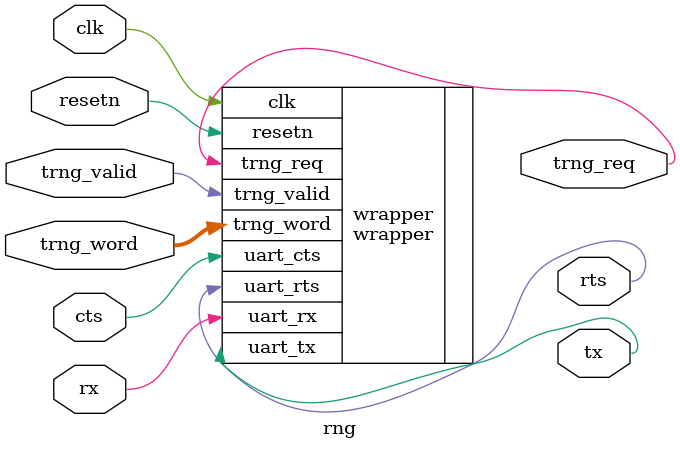
<source format=v>

/* verilator lint_off PINMISSING */

module rng #(
    parameter FIRMWARE_FILE = "fw/rng.mem",
    parameter ROM_ADDR_BITS = 12, // 4K ROM
    parameter RAM_ADDR_BITS = 12, // 4K RAM
    parameter FRAM_ADDR_BITS = 12, // 4k FRAM
    parameter TRNG_WIDTH = 4
) (
    input clk,
    input resetn,
    input rx,
    input cts,
    input [TRNG_WIDTH-1:0] trng_word,
    input trng_valid,
    output trng_req,
    output tx,
    output rts
);

wrapper #(
    .FIRMWARE_FILE (FIRMWARE_FILE),
    .ROM_ADDR_BITS (ROM_ADDR_BITS),
    .RAM_ADDR_BITS (RAM_ADDR_BITS),
    .FRAM_ADDR_BITS (FRAM_ADDR_BITS),
    .TRNG_WIDTH (TRNG_WIDTH)
) wrapper (
    .clk (clk),
    .resetn (resetn),
    .uart_tx (tx),
    .uart_rx (rx),
    .uart_cts (cts),
    .uart_rts (rts),
    .trng_req (trng_req), 
    .trng_word (trng_word),
    .trng_valid (trng_valid)
);

endmodule

</source>
